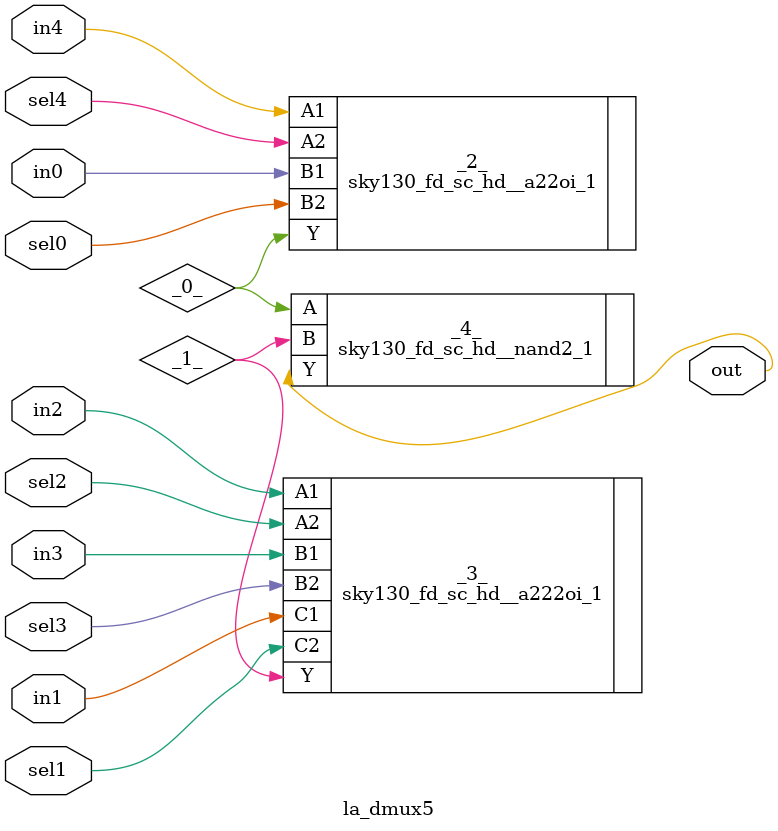
<source format=v>

/* Generated by Yosys 0.37 (git sha1 a5c7f69ed, clang 14.0.0-1ubuntu1.1 -fPIC -Os) */

module la_dmux5(sel4, sel3, sel2, sel1, sel0, in4, in3, in2, in1, in0, out);
  wire _0_;
  wire _1_;
  input in0;
  wire in0;
  input in1;
  wire in1;
  input in2;
  wire in2;
  input in3;
  wire in3;
  input in4;
  wire in4;
  output out;
  wire out;
  input sel0;
  wire sel0;
  input sel1;
  wire sel1;
  input sel2;
  wire sel2;
  input sel3;
  wire sel3;
  input sel4;
  wire sel4;
  sky130_fd_sc_hd__a22oi_1 _2_ (
    .A1(in4),
    .A2(sel4),
    .B1(in0),
    .B2(sel0),
    .Y(_0_)
  );
  sky130_fd_sc_hd__a222oi_1 _3_ (
    .A1(in2),
    .A2(sel2),
    .B1(in3),
    .B2(sel3),
    .C1(in1),
    .C2(sel1),
    .Y(_1_)
  );
  sky130_fd_sc_hd__nand2_1 _4_ (
    .A(_0_),
    .B(_1_),
    .Y(out)
  );
endmodule

</source>
